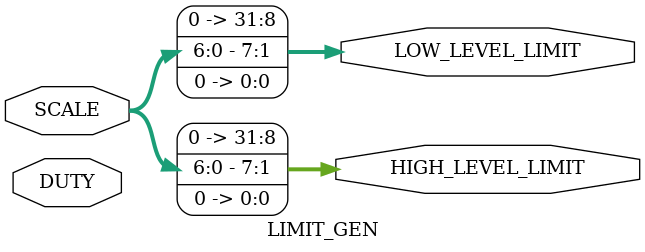
<source format=v>
`timescale 1ns / 1ps

module LIMIT_GEN(SCALE, DUTY, HIGH_LEVEL_LIMIT, LOW_LEVEL_LIMIT);

// How much to scale down CLKSPEED by. For instance, if SCALE = 1, reduce CLKSPEED by half.
// Effectively, 2*SCALE is the number of clock cycles to count. These clock cycles make up the entire period.
input [6:0] SCALE;

// Duty cycle. Valid inputs are [0,100].
input [6:0] DUTY;

output [31:0] HIGH_LEVEL_LIMIT;
output [31:0] LOW_LEVEL_LIMIT;

assign HIGH_LEVEL_LIMIT = (SCALE << 1);
assign LOW_LEVEL_LIMIT = (SCALE << 1);

endmodule

</source>
